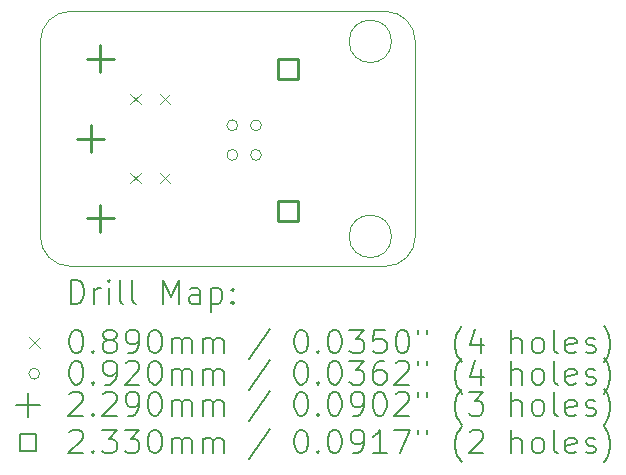
<source format=gbr>
%TF.GenerationSoftware,KiCad,Pcbnew,7.0.9-1.fc39*%
%TF.CreationDate,2023-12-29T10:14:27-08:00*%
%TF.ProjectId,ADB-USB-adapter,4144422d-5553-4422-9d61-646170746572,rev?*%
%TF.SameCoordinates,Original*%
%TF.FileFunction,Drillmap*%
%TF.FilePolarity,Positive*%
%FSLAX45Y45*%
G04 Gerber Fmt 4.5, Leading zero omitted, Abs format (unit mm)*
G04 Created by KiCad (PCBNEW 7.0.9-1.fc39) date 2023-12-29 10:14:27*
%MOMM*%
%LPD*%
G01*
G04 APERTURE LIST*
%ADD10C,0.100000*%
%ADD11C,0.200000*%
%ADD12C,0.229000*%
%ADD13C,0.233000*%
G04 APERTURE END LIST*
D10*
X5005605Y-3810000D02*
G75*
G03*
X5005605Y-3810000I-179605J0D01*
G01*
X2286000Y-1905000D02*
G75*
G03*
X2032000Y-2159000I0J-254000D01*
G01*
X4953000Y-4064000D02*
X2286000Y-4064000D01*
X5207000Y-2159000D02*
X5207000Y-3810000D01*
X2032000Y-3810000D02*
X2032000Y-2159000D01*
X5005605Y-2159000D02*
G75*
G03*
X5005605Y-2159000I-179605J0D01*
G01*
X5207000Y-2159000D02*
G75*
G03*
X4953000Y-1905000I-254000J0D01*
G01*
X4953000Y-4064000D02*
G75*
G03*
X5207000Y-3810000I0J254000D01*
G01*
X2032000Y-3810000D02*
G75*
G03*
X2286000Y-4064000I254000J0D01*
G01*
X2286000Y-1905000D02*
X4953000Y-1905000D01*
D11*
D10*
X2795500Y-2602180D02*
X2884500Y-2691180D01*
X2884500Y-2602180D02*
X2795500Y-2691180D01*
X2795500Y-3272180D02*
X2884500Y-3361180D01*
X2884500Y-3272180D02*
X2795500Y-3361180D01*
X3044500Y-2602180D02*
X3133500Y-2691180D01*
X3133500Y-2602180D02*
X3044500Y-2691180D01*
X3044500Y-3272180D02*
X3133500Y-3361180D01*
X3133500Y-3272180D02*
X3044500Y-3361180D01*
X3703600Y-2870200D02*
G75*
G03*
X3703600Y-2870200I-46000J0D01*
G01*
X3703600Y-3120200D02*
G75*
G03*
X3703600Y-3120200I-46000J0D01*
G01*
X3903600Y-2870200D02*
G75*
G03*
X3903600Y-2870200I-46000J0D01*
G01*
X3903600Y-3120200D02*
G75*
G03*
X3903600Y-3120200I-46000J0D01*
G01*
D12*
X2459000Y-2867180D02*
X2459000Y-3096180D01*
X2344500Y-2981680D02*
X2573500Y-2981680D01*
X2540000Y-2191180D02*
X2540000Y-2420180D01*
X2425500Y-2305680D02*
X2654500Y-2305680D01*
X2540000Y-3543180D02*
X2540000Y-3772180D01*
X2425500Y-3657680D02*
X2654500Y-3657680D01*
D13*
X4210979Y-2475579D02*
X4210979Y-2310821D01*
X4046221Y-2310821D01*
X4046221Y-2475579D01*
X4210979Y-2475579D01*
X4210979Y-3679579D02*
X4210979Y-3514821D01*
X4046221Y-3514821D01*
X4046221Y-3679579D01*
X4210979Y-3679579D01*
D11*
X2287777Y-4380484D02*
X2287777Y-4180484D01*
X2287777Y-4180484D02*
X2335396Y-4180484D01*
X2335396Y-4180484D02*
X2363967Y-4190008D01*
X2363967Y-4190008D02*
X2383015Y-4209055D01*
X2383015Y-4209055D02*
X2392539Y-4228103D01*
X2392539Y-4228103D02*
X2402063Y-4266198D01*
X2402063Y-4266198D02*
X2402063Y-4294770D01*
X2402063Y-4294770D02*
X2392539Y-4332865D01*
X2392539Y-4332865D02*
X2383015Y-4351912D01*
X2383015Y-4351912D02*
X2363967Y-4370960D01*
X2363967Y-4370960D02*
X2335396Y-4380484D01*
X2335396Y-4380484D02*
X2287777Y-4380484D01*
X2487777Y-4380484D02*
X2487777Y-4247150D01*
X2487777Y-4285246D02*
X2497301Y-4266198D01*
X2497301Y-4266198D02*
X2506824Y-4256674D01*
X2506824Y-4256674D02*
X2525872Y-4247150D01*
X2525872Y-4247150D02*
X2544920Y-4247150D01*
X2611586Y-4380484D02*
X2611586Y-4247150D01*
X2611586Y-4180484D02*
X2602063Y-4190008D01*
X2602063Y-4190008D02*
X2611586Y-4199531D01*
X2611586Y-4199531D02*
X2621110Y-4190008D01*
X2621110Y-4190008D02*
X2611586Y-4180484D01*
X2611586Y-4180484D02*
X2611586Y-4199531D01*
X2735396Y-4380484D02*
X2716348Y-4370960D01*
X2716348Y-4370960D02*
X2706824Y-4351912D01*
X2706824Y-4351912D02*
X2706824Y-4180484D01*
X2840158Y-4380484D02*
X2821110Y-4370960D01*
X2821110Y-4370960D02*
X2811586Y-4351912D01*
X2811586Y-4351912D02*
X2811586Y-4180484D01*
X3068729Y-4380484D02*
X3068729Y-4180484D01*
X3068729Y-4180484D02*
X3135396Y-4323341D01*
X3135396Y-4323341D02*
X3202062Y-4180484D01*
X3202062Y-4180484D02*
X3202062Y-4380484D01*
X3383015Y-4380484D02*
X3383015Y-4275722D01*
X3383015Y-4275722D02*
X3373491Y-4256674D01*
X3373491Y-4256674D02*
X3354443Y-4247150D01*
X3354443Y-4247150D02*
X3316348Y-4247150D01*
X3316348Y-4247150D02*
X3297301Y-4256674D01*
X3383015Y-4370960D02*
X3363967Y-4380484D01*
X3363967Y-4380484D02*
X3316348Y-4380484D01*
X3316348Y-4380484D02*
X3297301Y-4370960D01*
X3297301Y-4370960D02*
X3287777Y-4351912D01*
X3287777Y-4351912D02*
X3287777Y-4332865D01*
X3287777Y-4332865D02*
X3297301Y-4313817D01*
X3297301Y-4313817D02*
X3316348Y-4304293D01*
X3316348Y-4304293D02*
X3363967Y-4304293D01*
X3363967Y-4304293D02*
X3383015Y-4294770D01*
X3478253Y-4247150D02*
X3478253Y-4447150D01*
X3478253Y-4256674D02*
X3497301Y-4247150D01*
X3497301Y-4247150D02*
X3535396Y-4247150D01*
X3535396Y-4247150D02*
X3554443Y-4256674D01*
X3554443Y-4256674D02*
X3563967Y-4266198D01*
X3563967Y-4266198D02*
X3573491Y-4285246D01*
X3573491Y-4285246D02*
X3573491Y-4342389D01*
X3573491Y-4342389D02*
X3563967Y-4361436D01*
X3563967Y-4361436D02*
X3554443Y-4370960D01*
X3554443Y-4370960D02*
X3535396Y-4380484D01*
X3535396Y-4380484D02*
X3497301Y-4380484D01*
X3497301Y-4380484D02*
X3478253Y-4370960D01*
X3659205Y-4361436D02*
X3668729Y-4370960D01*
X3668729Y-4370960D02*
X3659205Y-4380484D01*
X3659205Y-4380484D02*
X3649682Y-4370960D01*
X3649682Y-4370960D02*
X3659205Y-4361436D01*
X3659205Y-4361436D02*
X3659205Y-4380484D01*
X3659205Y-4256674D02*
X3668729Y-4266198D01*
X3668729Y-4266198D02*
X3659205Y-4275722D01*
X3659205Y-4275722D02*
X3649682Y-4266198D01*
X3649682Y-4266198D02*
X3659205Y-4256674D01*
X3659205Y-4256674D02*
X3659205Y-4275722D01*
D10*
X1938000Y-4664500D02*
X2027000Y-4753500D01*
X2027000Y-4664500D02*
X1938000Y-4753500D01*
D11*
X2325872Y-4600484D02*
X2344920Y-4600484D01*
X2344920Y-4600484D02*
X2363967Y-4610008D01*
X2363967Y-4610008D02*
X2373491Y-4619531D01*
X2373491Y-4619531D02*
X2383015Y-4638579D01*
X2383015Y-4638579D02*
X2392539Y-4676674D01*
X2392539Y-4676674D02*
X2392539Y-4724293D01*
X2392539Y-4724293D02*
X2383015Y-4762389D01*
X2383015Y-4762389D02*
X2373491Y-4781436D01*
X2373491Y-4781436D02*
X2363967Y-4790960D01*
X2363967Y-4790960D02*
X2344920Y-4800484D01*
X2344920Y-4800484D02*
X2325872Y-4800484D01*
X2325872Y-4800484D02*
X2306824Y-4790960D01*
X2306824Y-4790960D02*
X2297301Y-4781436D01*
X2297301Y-4781436D02*
X2287777Y-4762389D01*
X2287777Y-4762389D02*
X2278253Y-4724293D01*
X2278253Y-4724293D02*
X2278253Y-4676674D01*
X2278253Y-4676674D02*
X2287777Y-4638579D01*
X2287777Y-4638579D02*
X2297301Y-4619531D01*
X2297301Y-4619531D02*
X2306824Y-4610008D01*
X2306824Y-4610008D02*
X2325872Y-4600484D01*
X2478253Y-4781436D02*
X2487777Y-4790960D01*
X2487777Y-4790960D02*
X2478253Y-4800484D01*
X2478253Y-4800484D02*
X2468729Y-4790960D01*
X2468729Y-4790960D02*
X2478253Y-4781436D01*
X2478253Y-4781436D02*
X2478253Y-4800484D01*
X2602063Y-4686198D02*
X2583015Y-4676674D01*
X2583015Y-4676674D02*
X2573491Y-4667150D01*
X2573491Y-4667150D02*
X2563967Y-4648103D01*
X2563967Y-4648103D02*
X2563967Y-4638579D01*
X2563967Y-4638579D02*
X2573491Y-4619531D01*
X2573491Y-4619531D02*
X2583015Y-4610008D01*
X2583015Y-4610008D02*
X2602063Y-4600484D01*
X2602063Y-4600484D02*
X2640158Y-4600484D01*
X2640158Y-4600484D02*
X2659205Y-4610008D01*
X2659205Y-4610008D02*
X2668729Y-4619531D01*
X2668729Y-4619531D02*
X2678253Y-4638579D01*
X2678253Y-4638579D02*
X2678253Y-4648103D01*
X2678253Y-4648103D02*
X2668729Y-4667150D01*
X2668729Y-4667150D02*
X2659205Y-4676674D01*
X2659205Y-4676674D02*
X2640158Y-4686198D01*
X2640158Y-4686198D02*
X2602063Y-4686198D01*
X2602063Y-4686198D02*
X2583015Y-4695722D01*
X2583015Y-4695722D02*
X2573491Y-4705246D01*
X2573491Y-4705246D02*
X2563967Y-4724293D01*
X2563967Y-4724293D02*
X2563967Y-4762389D01*
X2563967Y-4762389D02*
X2573491Y-4781436D01*
X2573491Y-4781436D02*
X2583015Y-4790960D01*
X2583015Y-4790960D02*
X2602063Y-4800484D01*
X2602063Y-4800484D02*
X2640158Y-4800484D01*
X2640158Y-4800484D02*
X2659205Y-4790960D01*
X2659205Y-4790960D02*
X2668729Y-4781436D01*
X2668729Y-4781436D02*
X2678253Y-4762389D01*
X2678253Y-4762389D02*
X2678253Y-4724293D01*
X2678253Y-4724293D02*
X2668729Y-4705246D01*
X2668729Y-4705246D02*
X2659205Y-4695722D01*
X2659205Y-4695722D02*
X2640158Y-4686198D01*
X2773491Y-4800484D02*
X2811586Y-4800484D01*
X2811586Y-4800484D02*
X2830634Y-4790960D01*
X2830634Y-4790960D02*
X2840158Y-4781436D01*
X2840158Y-4781436D02*
X2859205Y-4752865D01*
X2859205Y-4752865D02*
X2868729Y-4714770D01*
X2868729Y-4714770D02*
X2868729Y-4638579D01*
X2868729Y-4638579D02*
X2859205Y-4619531D01*
X2859205Y-4619531D02*
X2849682Y-4610008D01*
X2849682Y-4610008D02*
X2830634Y-4600484D01*
X2830634Y-4600484D02*
X2792539Y-4600484D01*
X2792539Y-4600484D02*
X2773491Y-4610008D01*
X2773491Y-4610008D02*
X2763967Y-4619531D01*
X2763967Y-4619531D02*
X2754444Y-4638579D01*
X2754444Y-4638579D02*
X2754444Y-4686198D01*
X2754444Y-4686198D02*
X2763967Y-4705246D01*
X2763967Y-4705246D02*
X2773491Y-4714770D01*
X2773491Y-4714770D02*
X2792539Y-4724293D01*
X2792539Y-4724293D02*
X2830634Y-4724293D01*
X2830634Y-4724293D02*
X2849682Y-4714770D01*
X2849682Y-4714770D02*
X2859205Y-4705246D01*
X2859205Y-4705246D02*
X2868729Y-4686198D01*
X2992539Y-4600484D02*
X3011586Y-4600484D01*
X3011586Y-4600484D02*
X3030634Y-4610008D01*
X3030634Y-4610008D02*
X3040158Y-4619531D01*
X3040158Y-4619531D02*
X3049682Y-4638579D01*
X3049682Y-4638579D02*
X3059205Y-4676674D01*
X3059205Y-4676674D02*
X3059205Y-4724293D01*
X3059205Y-4724293D02*
X3049682Y-4762389D01*
X3049682Y-4762389D02*
X3040158Y-4781436D01*
X3040158Y-4781436D02*
X3030634Y-4790960D01*
X3030634Y-4790960D02*
X3011586Y-4800484D01*
X3011586Y-4800484D02*
X2992539Y-4800484D01*
X2992539Y-4800484D02*
X2973491Y-4790960D01*
X2973491Y-4790960D02*
X2963967Y-4781436D01*
X2963967Y-4781436D02*
X2954443Y-4762389D01*
X2954443Y-4762389D02*
X2944920Y-4724293D01*
X2944920Y-4724293D02*
X2944920Y-4676674D01*
X2944920Y-4676674D02*
X2954443Y-4638579D01*
X2954443Y-4638579D02*
X2963967Y-4619531D01*
X2963967Y-4619531D02*
X2973491Y-4610008D01*
X2973491Y-4610008D02*
X2992539Y-4600484D01*
X3144920Y-4800484D02*
X3144920Y-4667150D01*
X3144920Y-4686198D02*
X3154443Y-4676674D01*
X3154443Y-4676674D02*
X3173491Y-4667150D01*
X3173491Y-4667150D02*
X3202063Y-4667150D01*
X3202063Y-4667150D02*
X3221110Y-4676674D01*
X3221110Y-4676674D02*
X3230634Y-4695722D01*
X3230634Y-4695722D02*
X3230634Y-4800484D01*
X3230634Y-4695722D02*
X3240158Y-4676674D01*
X3240158Y-4676674D02*
X3259205Y-4667150D01*
X3259205Y-4667150D02*
X3287777Y-4667150D01*
X3287777Y-4667150D02*
X3306824Y-4676674D01*
X3306824Y-4676674D02*
X3316348Y-4695722D01*
X3316348Y-4695722D02*
X3316348Y-4800484D01*
X3411586Y-4800484D02*
X3411586Y-4667150D01*
X3411586Y-4686198D02*
X3421110Y-4676674D01*
X3421110Y-4676674D02*
X3440158Y-4667150D01*
X3440158Y-4667150D02*
X3468729Y-4667150D01*
X3468729Y-4667150D02*
X3487777Y-4676674D01*
X3487777Y-4676674D02*
X3497301Y-4695722D01*
X3497301Y-4695722D02*
X3497301Y-4800484D01*
X3497301Y-4695722D02*
X3506824Y-4676674D01*
X3506824Y-4676674D02*
X3525872Y-4667150D01*
X3525872Y-4667150D02*
X3554443Y-4667150D01*
X3554443Y-4667150D02*
X3573491Y-4676674D01*
X3573491Y-4676674D02*
X3583015Y-4695722D01*
X3583015Y-4695722D02*
X3583015Y-4800484D01*
X3973491Y-4590960D02*
X3802063Y-4848103D01*
X4230634Y-4600484D02*
X4249682Y-4600484D01*
X4249682Y-4600484D02*
X4268729Y-4610008D01*
X4268729Y-4610008D02*
X4278253Y-4619531D01*
X4278253Y-4619531D02*
X4287777Y-4638579D01*
X4287777Y-4638579D02*
X4297301Y-4676674D01*
X4297301Y-4676674D02*
X4297301Y-4724293D01*
X4297301Y-4724293D02*
X4287777Y-4762389D01*
X4287777Y-4762389D02*
X4278253Y-4781436D01*
X4278253Y-4781436D02*
X4268729Y-4790960D01*
X4268729Y-4790960D02*
X4249682Y-4800484D01*
X4249682Y-4800484D02*
X4230634Y-4800484D01*
X4230634Y-4800484D02*
X4211587Y-4790960D01*
X4211587Y-4790960D02*
X4202063Y-4781436D01*
X4202063Y-4781436D02*
X4192539Y-4762389D01*
X4192539Y-4762389D02*
X4183015Y-4724293D01*
X4183015Y-4724293D02*
X4183015Y-4676674D01*
X4183015Y-4676674D02*
X4192539Y-4638579D01*
X4192539Y-4638579D02*
X4202063Y-4619531D01*
X4202063Y-4619531D02*
X4211587Y-4610008D01*
X4211587Y-4610008D02*
X4230634Y-4600484D01*
X4383015Y-4781436D02*
X4392539Y-4790960D01*
X4392539Y-4790960D02*
X4383015Y-4800484D01*
X4383015Y-4800484D02*
X4373491Y-4790960D01*
X4373491Y-4790960D02*
X4383015Y-4781436D01*
X4383015Y-4781436D02*
X4383015Y-4800484D01*
X4516348Y-4600484D02*
X4535396Y-4600484D01*
X4535396Y-4600484D02*
X4554444Y-4610008D01*
X4554444Y-4610008D02*
X4563968Y-4619531D01*
X4563968Y-4619531D02*
X4573491Y-4638579D01*
X4573491Y-4638579D02*
X4583015Y-4676674D01*
X4583015Y-4676674D02*
X4583015Y-4724293D01*
X4583015Y-4724293D02*
X4573491Y-4762389D01*
X4573491Y-4762389D02*
X4563968Y-4781436D01*
X4563968Y-4781436D02*
X4554444Y-4790960D01*
X4554444Y-4790960D02*
X4535396Y-4800484D01*
X4535396Y-4800484D02*
X4516348Y-4800484D01*
X4516348Y-4800484D02*
X4497301Y-4790960D01*
X4497301Y-4790960D02*
X4487777Y-4781436D01*
X4487777Y-4781436D02*
X4478253Y-4762389D01*
X4478253Y-4762389D02*
X4468729Y-4724293D01*
X4468729Y-4724293D02*
X4468729Y-4676674D01*
X4468729Y-4676674D02*
X4478253Y-4638579D01*
X4478253Y-4638579D02*
X4487777Y-4619531D01*
X4487777Y-4619531D02*
X4497301Y-4610008D01*
X4497301Y-4610008D02*
X4516348Y-4600484D01*
X4649682Y-4600484D02*
X4773491Y-4600484D01*
X4773491Y-4600484D02*
X4706825Y-4676674D01*
X4706825Y-4676674D02*
X4735396Y-4676674D01*
X4735396Y-4676674D02*
X4754444Y-4686198D01*
X4754444Y-4686198D02*
X4763968Y-4695722D01*
X4763968Y-4695722D02*
X4773491Y-4714770D01*
X4773491Y-4714770D02*
X4773491Y-4762389D01*
X4773491Y-4762389D02*
X4763968Y-4781436D01*
X4763968Y-4781436D02*
X4754444Y-4790960D01*
X4754444Y-4790960D02*
X4735396Y-4800484D01*
X4735396Y-4800484D02*
X4678253Y-4800484D01*
X4678253Y-4800484D02*
X4659206Y-4790960D01*
X4659206Y-4790960D02*
X4649682Y-4781436D01*
X4954444Y-4600484D02*
X4859206Y-4600484D01*
X4859206Y-4600484D02*
X4849682Y-4695722D01*
X4849682Y-4695722D02*
X4859206Y-4686198D01*
X4859206Y-4686198D02*
X4878253Y-4676674D01*
X4878253Y-4676674D02*
X4925872Y-4676674D01*
X4925872Y-4676674D02*
X4944920Y-4686198D01*
X4944920Y-4686198D02*
X4954444Y-4695722D01*
X4954444Y-4695722D02*
X4963968Y-4714770D01*
X4963968Y-4714770D02*
X4963968Y-4762389D01*
X4963968Y-4762389D02*
X4954444Y-4781436D01*
X4954444Y-4781436D02*
X4944920Y-4790960D01*
X4944920Y-4790960D02*
X4925872Y-4800484D01*
X4925872Y-4800484D02*
X4878253Y-4800484D01*
X4878253Y-4800484D02*
X4859206Y-4790960D01*
X4859206Y-4790960D02*
X4849682Y-4781436D01*
X5087777Y-4600484D02*
X5106825Y-4600484D01*
X5106825Y-4600484D02*
X5125872Y-4610008D01*
X5125872Y-4610008D02*
X5135396Y-4619531D01*
X5135396Y-4619531D02*
X5144920Y-4638579D01*
X5144920Y-4638579D02*
X5154444Y-4676674D01*
X5154444Y-4676674D02*
X5154444Y-4724293D01*
X5154444Y-4724293D02*
X5144920Y-4762389D01*
X5144920Y-4762389D02*
X5135396Y-4781436D01*
X5135396Y-4781436D02*
X5125872Y-4790960D01*
X5125872Y-4790960D02*
X5106825Y-4800484D01*
X5106825Y-4800484D02*
X5087777Y-4800484D01*
X5087777Y-4800484D02*
X5068729Y-4790960D01*
X5068729Y-4790960D02*
X5059206Y-4781436D01*
X5059206Y-4781436D02*
X5049682Y-4762389D01*
X5049682Y-4762389D02*
X5040158Y-4724293D01*
X5040158Y-4724293D02*
X5040158Y-4676674D01*
X5040158Y-4676674D02*
X5049682Y-4638579D01*
X5049682Y-4638579D02*
X5059206Y-4619531D01*
X5059206Y-4619531D02*
X5068729Y-4610008D01*
X5068729Y-4610008D02*
X5087777Y-4600484D01*
X5230634Y-4600484D02*
X5230634Y-4638579D01*
X5306825Y-4600484D02*
X5306825Y-4638579D01*
X5602063Y-4876674D02*
X5592539Y-4867150D01*
X5592539Y-4867150D02*
X5573491Y-4838579D01*
X5573491Y-4838579D02*
X5563968Y-4819531D01*
X5563968Y-4819531D02*
X5554444Y-4790960D01*
X5554444Y-4790960D02*
X5544920Y-4743341D01*
X5544920Y-4743341D02*
X5544920Y-4705246D01*
X5544920Y-4705246D02*
X5554444Y-4657627D01*
X5554444Y-4657627D02*
X5563968Y-4629055D01*
X5563968Y-4629055D02*
X5573491Y-4610008D01*
X5573491Y-4610008D02*
X5592539Y-4581436D01*
X5592539Y-4581436D02*
X5602063Y-4571912D01*
X5763968Y-4667150D02*
X5763968Y-4800484D01*
X5716348Y-4590960D02*
X5668729Y-4733817D01*
X5668729Y-4733817D02*
X5792539Y-4733817D01*
X6021110Y-4800484D02*
X6021110Y-4600484D01*
X6106825Y-4800484D02*
X6106825Y-4695722D01*
X6106825Y-4695722D02*
X6097301Y-4676674D01*
X6097301Y-4676674D02*
X6078253Y-4667150D01*
X6078253Y-4667150D02*
X6049682Y-4667150D01*
X6049682Y-4667150D02*
X6030634Y-4676674D01*
X6030634Y-4676674D02*
X6021110Y-4686198D01*
X6230634Y-4800484D02*
X6211587Y-4790960D01*
X6211587Y-4790960D02*
X6202063Y-4781436D01*
X6202063Y-4781436D02*
X6192539Y-4762389D01*
X6192539Y-4762389D02*
X6192539Y-4705246D01*
X6192539Y-4705246D02*
X6202063Y-4686198D01*
X6202063Y-4686198D02*
X6211587Y-4676674D01*
X6211587Y-4676674D02*
X6230634Y-4667150D01*
X6230634Y-4667150D02*
X6259206Y-4667150D01*
X6259206Y-4667150D02*
X6278253Y-4676674D01*
X6278253Y-4676674D02*
X6287777Y-4686198D01*
X6287777Y-4686198D02*
X6297301Y-4705246D01*
X6297301Y-4705246D02*
X6297301Y-4762389D01*
X6297301Y-4762389D02*
X6287777Y-4781436D01*
X6287777Y-4781436D02*
X6278253Y-4790960D01*
X6278253Y-4790960D02*
X6259206Y-4800484D01*
X6259206Y-4800484D02*
X6230634Y-4800484D01*
X6411587Y-4800484D02*
X6392539Y-4790960D01*
X6392539Y-4790960D02*
X6383015Y-4771912D01*
X6383015Y-4771912D02*
X6383015Y-4600484D01*
X6563968Y-4790960D02*
X6544920Y-4800484D01*
X6544920Y-4800484D02*
X6506825Y-4800484D01*
X6506825Y-4800484D02*
X6487777Y-4790960D01*
X6487777Y-4790960D02*
X6478253Y-4771912D01*
X6478253Y-4771912D02*
X6478253Y-4695722D01*
X6478253Y-4695722D02*
X6487777Y-4676674D01*
X6487777Y-4676674D02*
X6506825Y-4667150D01*
X6506825Y-4667150D02*
X6544920Y-4667150D01*
X6544920Y-4667150D02*
X6563968Y-4676674D01*
X6563968Y-4676674D02*
X6573491Y-4695722D01*
X6573491Y-4695722D02*
X6573491Y-4714770D01*
X6573491Y-4714770D02*
X6478253Y-4733817D01*
X6649682Y-4790960D02*
X6668730Y-4800484D01*
X6668730Y-4800484D02*
X6706825Y-4800484D01*
X6706825Y-4800484D02*
X6725872Y-4790960D01*
X6725872Y-4790960D02*
X6735396Y-4771912D01*
X6735396Y-4771912D02*
X6735396Y-4762389D01*
X6735396Y-4762389D02*
X6725872Y-4743341D01*
X6725872Y-4743341D02*
X6706825Y-4733817D01*
X6706825Y-4733817D02*
X6678253Y-4733817D01*
X6678253Y-4733817D02*
X6659206Y-4724293D01*
X6659206Y-4724293D02*
X6649682Y-4705246D01*
X6649682Y-4705246D02*
X6649682Y-4695722D01*
X6649682Y-4695722D02*
X6659206Y-4676674D01*
X6659206Y-4676674D02*
X6678253Y-4667150D01*
X6678253Y-4667150D02*
X6706825Y-4667150D01*
X6706825Y-4667150D02*
X6725872Y-4676674D01*
X6802063Y-4876674D02*
X6811587Y-4867150D01*
X6811587Y-4867150D02*
X6830634Y-4838579D01*
X6830634Y-4838579D02*
X6840158Y-4819531D01*
X6840158Y-4819531D02*
X6849682Y-4790960D01*
X6849682Y-4790960D02*
X6859206Y-4743341D01*
X6859206Y-4743341D02*
X6859206Y-4705246D01*
X6859206Y-4705246D02*
X6849682Y-4657627D01*
X6849682Y-4657627D02*
X6840158Y-4629055D01*
X6840158Y-4629055D02*
X6830634Y-4610008D01*
X6830634Y-4610008D02*
X6811587Y-4581436D01*
X6811587Y-4581436D02*
X6802063Y-4571912D01*
D10*
X2027000Y-4973000D02*
G75*
G03*
X2027000Y-4973000I-46000J0D01*
G01*
D11*
X2325872Y-4864484D02*
X2344920Y-4864484D01*
X2344920Y-4864484D02*
X2363967Y-4874008D01*
X2363967Y-4874008D02*
X2373491Y-4883531D01*
X2373491Y-4883531D02*
X2383015Y-4902579D01*
X2383015Y-4902579D02*
X2392539Y-4940674D01*
X2392539Y-4940674D02*
X2392539Y-4988293D01*
X2392539Y-4988293D02*
X2383015Y-5026389D01*
X2383015Y-5026389D02*
X2373491Y-5045436D01*
X2373491Y-5045436D02*
X2363967Y-5054960D01*
X2363967Y-5054960D02*
X2344920Y-5064484D01*
X2344920Y-5064484D02*
X2325872Y-5064484D01*
X2325872Y-5064484D02*
X2306824Y-5054960D01*
X2306824Y-5054960D02*
X2297301Y-5045436D01*
X2297301Y-5045436D02*
X2287777Y-5026389D01*
X2287777Y-5026389D02*
X2278253Y-4988293D01*
X2278253Y-4988293D02*
X2278253Y-4940674D01*
X2278253Y-4940674D02*
X2287777Y-4902579D01*
X2287777Y-4902579D02*
X2297301Y-4883531D01*
X2297301Y-4883531D02*
X2306824Y-4874008D01*
X2306824Y-4874008D02*
X2325872Y-4864484D01*
X2478253Y-5045436D02*
X2487777Y-5054960D01*
X2487777Y-5054960D02*
X2478253Y-5064484D01*
X2478253Y-5064484D02*
X2468729Y-5054960D01*
X2468729Y-5054960D02*
X2478253Y-5045436D01*
X2478253Y-5045436D02*
X2478253Y-5064484D01*
X2583015Y-5064484D02*
X2621110Y-5064484D01*
X2621110Y-5064484D02*
X2640158Y-5054960D01*
X2640158Y-5054960D02*
X2649682Y-5045436D01*
X2649682Y-5045436D02*
X2668729Y-5016865D01*
X2668729Y-5016865D02*
X2678253Y-4978770D01*
X2678253Y-4978770D02*
X2678253Y-4902579D01*
X2678253Y-4902579D02*
X2668729Y-4883531D01*
X2668729Y-4883531D02*
X2659205Y-4874008D01*
X2659205Y-4874008D02*
X2640158Y-4864484D01*
X2640158Y-4864484D02*
X2602063Y-4864484D01*
X2602063Y-4864484D02*
X2583015Y-4874008D01*
X2583015Y-4874008D02*
X2573491Y-4883531D01*
X2573491Y-4883531D02*
X2563967Y-4902579D01*
X2563967Y-4902579D02*
X2563967Y-4950198D01*
X2563967Y-4950198D02*
X2573491Y-4969246D01*
X2573491Y-4969246D02*
X2583015Y-4978770D01*
X2583015Y-4978770D02*
X2602063Y-4988293D01*
X2602063Y-4988293D02*
X2640158Y-4988293D01*
X2640158Y-4988293D02*
X2659205Y-4978770D01*
X2659205Y-4978770D02*
X2668729Y-4969246D01*
X2668729Y-4969246D02*
X2678253Y-4950198D01*
X2754444Y-4883531D02*
X2763967Y-4874008D01*
X2763967Y-4874008D02*
X2783015Y-4864484D01*
X2783015Y-4864484D02*
X2830634Y-4864484D01*
X2830634Y-4864484D02*
X2849682Y-4874008D01*
X2849682Y-4874008D02*
X2859205Y-4883531D01*
X2859205Y-4883531D02*
X2868729Y-4902579D01*
X2868729Y-4902579D02*
X2868729Y-4921627D01*
X2868729Y-4921627D02*
X2859205Y-4950198D01*
X2859205Y-4950198D02*
X2744920Y-5064484D01*
X2744920Y-5064484D02*
X2868729Y-5064484D01*
X2992539Y-4864484D02*
X3011586Y-4864484D01*
X3011586Y-4864484D02*
X3030634Y-4874008D01*
X3030634Y-4874008D02*
X3040158Y-4883531D01*
X3040158Y-4883531D02*
X3049682Y-4902579D01*
X3049682Y-4902579D02*
X3059205Y-4940674D01*
X3059205Y-4940674D02*
X3059205Y-4988293D01*
X3059205Y-4988293D02*
X3049682Y-5026389D01*
X3049682Y-5026389D02*
X3040158Y-5045436D01*
X3040158Y-5045436D02*
X3030634Y-5054960D01*
X3030634Y-5054960D02*
X3011586Y-5064484D01*
X3011586Y-5064484D02*
X2992539Y-5064484D01*
X2992539Y-5064484D02*
X2973491Y-5054960D01*
X2973491Y-5054960D02*
X2963967Y-5045436D01*
X2963967Y-5045436D02*
X2954443Y-5026389D01*
X2954443Y-5026389D02*
X2944920Y-4988293D01*
X2944920Y-4988293D02*
X2944920Y-4940674D01*
X2944920Y-4940674D02*
X2954443Y-4902579D01*
X2954443Y-4902579D02*
X2963967Y-4883531D01*
X2963967Y-4883531D02*
X2973491Y-4874008D01*
X2973491Y-4874008D02*
X2992539Y-4864484D01*
X3144920Y-5064484D02*
X3144920Y-4931150D01*
X3144920Y-4950198D02*
X3154443Y-4940674D01*
X3154443Y-4940674D02*
X3173491Y-4931150D01*
X3173491Y-4931150D02*
X3202063Y-4931150D01*
X3202063Y-4931150D02*
X3221110Y-4940674D01*
X3221110Y-4940674D02*
X3230634Y-4959722D01*
X3230634Y-4959722D02*
X3230634Y-5064484D01*
X3230634Y-4959722D02*
X3240158Y-4940674D01*
X3240158Y-4940674D02*
X3259205Y-4931150D01*
X3259205Y-4931150D02*
X3287777Y-4931150D01*
X3287777Y-4931150D02*
X3306824Y-4940674D01*
X3306824Y-4940674D02*
X3316348Y-4959722D01*
X3316348Y-4959722D02*
X3316348Y-5064484D01*
X3411586Y-5064484D02*
X3411586Y-4931150D01*
X3411586Y-4950198D02*
X3421110Y-4940674D01*
X3421110Y-4940674D02*
X3440158Y-4931150D01*
X3440158Y-4931150D02*
X3468729Y-4931150D01*
X3468729Y-4931150D02*
X3487777Y-4940674D01*
X3487777Y-4940674D02*
X3497301Y-4959722D01*
X3497301Y-4959722D02*
X3497301Y-5064484D01*
X3497301Y-4959722D02*
X3506824Y-4940674D01*
X3506824Y-4940674D02*
X3525872Y-4931150D01*
X3525872Y-4931150D02*
X3554443Y-4931150D01*
X3554443Y-4931150D02*
X3573491Y-4940674D01*
X3573491Y-4940674D02*
X3583015Y-4959722D01*
X3583015Y-4959722D02*
X3583015Y-5064484D01*
X3973491Y-4854960D02*
X3802063Y-5112103D01*
X4230634Y-4864484D02*
X4249682Y-4864484D01*
X4249682Y-4864484D02*
X4268729Y-4874008D01*
X4268729Y-4874008D02*
X4278253Y-4883531D01*
X4278253Y-4883531D02*
X4287777Y-4902579D01*
X4287777Y-4902579D02*
X4297301Y-4940674D01*
X4297301Y-4940674D02*
X4297301Y-4988293D01*
X4297301Y-4988293D02*
X4287777Y-5026389D01*
X4287777Y-5026389D02*
X4278253Y-5045436D01*
X4278253Y-5045436D02*
X4268729Y-5054960D01*
X4268729Y-5054960D02*
X4249682Y-5064484D01*
X4249682Y-5064484D02*
X4230634Y-5064484D01*
X4230634Y-5064484D02*
X4211587Y-5054960D01*
X4211587Y-5054960D02*
X4202063Y-5045436D01*
X4202063Y-5045436D02*
X4192539Y-5026389D01*
X4192539Y-5026389D02*
X4183015Y-4988293D01*
X4183015Y-4988293D02*
X4183015Y-4940674D01*
X4183015Y-4940674D02*
X4192539Y-4902579D01*
X4192539Y-4902579D02*
X4202063Y-4883531D01*
X4202063Y-4883531D02*
X4211587Y-4874008D01*
X4211587Y-4874008D02*
X4230634Y-4864484D01*
X4383015Y-5045436D02*
X4392539Y-5054960D01*
X4392539Y-5054960D02*
X4383015Y-5064484D01*
X4383015Y-5064484D02*
X4373491Y-5054960D01*
X4373491Y-5054960D02*
X4383015Y-5045436D01*
X4383015Y-5045436D02*
X4383015Y-5064484D01*
X4516348Y-4864484D02*
X4535396Y-4864484D01*
X4535396Y-4864484D02*
X4554444Y-4874008D01*
X4554444Y-4874008D02*
X4563968Y-4883531D01*
X4563968Y-4883531D02*
X4573491Y-4902579D01*
X4573491Y-4902579D02*
X4583015Y-4940674D01*
X4583015Y-4940674D02*
X4583015Y-4988293D01*
X4583015Y-4988293D02*
X4573491Y-5026389D01*
X4573491Y-5026389D02*
X4563968Y-5045436D01*
X4563968Y-5045436D02*
X4554444Y-5054960D01*
X4554444Y-5054960D02*
X4535396Y-5064484D01*
X4535396Y-5064484D02*
X4516348Y-5064484D01*
X4516348Y-5064484D02*
X4497301Y-5054960D01*
X4497301Y-5054960D02*
X4487777Y-5045436D01*
X4487777Y-5045436D02*
X4478253Y-5026389D01*
X4478253Y-5026389D02*
X4468729Y-4988293D01*
X4468729Y-4988293D02*
X4468729Y-4940674D01*
X4468729Y-4940674D02*
X4478253Y-4902579D01*
X4478253Y-4902579D02*
X4487777Y-4883531D01*
X4487777Y-4883531D02*
X4497301Y-4874008D01*
X4497301Y-4874008D02*
X4516348Y-4864484D01*
X4649682Y-4864484D02*
X4773491Y-4864484D01*
X4773491Y-4864484D02*
X4706825Y-4940674D01*
X4706825Y-4940674D02*
X4735396Y-4940674D01*
X4735396Y-4940674D02*
X4754444Y-4950198D01*
X4754444Y-4950198D02*
X4763968Y-4959722D01*
X4763968Y-4959722D02*
X4773491Y-4978770D01*
X4773491Y-4978770D02*
X4773491Y-5026389D01*
X4773491Y-5026389D02*
X4763968Y-5045436D01*
X4763968Y-5045436D02*
X4754444Y-5054960D01*
X4754444Y-5054960D02*
X4735396Y-5064484D01*
X4735396Y-5064484D02*
X4678253Y-5064484D01*
X4678253Y-5064484D02*
X4659206Y-5054960D01*
X4659206Y-5054960D02*
X4649682Y-5045436D01*
X4944920Y-4864484D02*
X4906825Y-4864484D01*
X4906825Y-4864484D02*
X4887777Y-4874008D01*
X4887777Y-4874008D02*
X4878253Y-4883531D01*
X4878253Y-4883531D02*
X4859206Y-4912103D01*
X4859206Y-4912103D02*
X4849682Y-4950198D01*
X4849682Y-4950198D02*
X4849682Y-5026389D01*
X4849682Y-5026389D02*
X4859206Y-5045436D01*
X4859206Y-5045436D02*
X4868729Y-5054960D01*
X4868729Y-5054960D02*
X4887777Y-5064484D01*
X4887777Y-5064484D02*
X4925872Y-5064484D01*
X4925872Y-5064484D02*
X4944920Y-5054960D01*
X4944920Y-5054960D02*
X4954444Y-5045436D01*
X4954444Y-5045436D02*
X4963968Y-5026389D01*
X4963968Y-5026389D02*
X4963968Y-4978770D01*
X4963968Y-4978770D02*
X4954444Y-4959722D01*
X4954444Y-4959722D02*
X4944920Y-4950198D01*
X4944920Y-4950198D02*
X4925872Y-4940674D01*
X4925872Y-4940674D02*
X4887777Y-4940674D01*
X4887777Y-4940674D02*
X4868729Y-4950198D01*
X4868729Y-4950198D02*
X4859206Y-4959722D01*
X4859206Y-4959722D02*
X4849682Y-4978770D01*
X5040158Y-4883531D02*
X5049682Y-4874008D01*
X5049682Y-4874008D02*
X5068729Y-4864484D01*
X5068729Y-4864484D02*
X5116349Y-4864484D01*
X5116349Y-4864484D02*
X5135396Y-4874008D01*
X5135396Y-4874008D02*
X5144920Y-4883531D01*
X5144920Y-4883531D02*
X5154444Y-4902579D01*
X5154444Y-4902579D02*
X5154444Y-4921627D01*
X5154444Y-4921627D02*
X5144920Y-4950198D01*
X5144920Y-4950198D02*
X5030634Y-5064484D01*
X5030634Y-5064484D02*
X5154444Y-5064484D01*
X5230634Y-4864484D02*
X5230634Y-4902579D01*
X5306825Y-4864484D02*
X5306825Y-4902579D01*
X5602063Y-5140674D02*
X5592539Y-5131150D01*
X5592539Y-5131150D02*
X5573491Y-5102579D01*
X5573491Y-5102579D02*
X5563968Y-5083531D01*
X5563968Y-5083531D02*
X5554444Y-5054960D01*
X5554444Y-5054960D02*
X5544920Y-5007341D01*
X5544920Y-5007341D02*
X5544920Y-4969246D01*
X5544920Y-4969246D02*
X5554444Y-4921627D01*
X5554444Y-4921627D02*
X5563968Y-4893055D01*
X5563968Y-4893055D02*
X5573491Y-4874008D01*
X5573491Y-4874008D02*
X5592539Y-4845436D01*
X5592539Y-4845436D02*
X5602063Y-4835912D01*
X5763968Y-4931150D02*
X5763968Y-5064484D01*
X5716348Y-4854960D02*
X5668729Y-4997817D01*
X5668729Y-4997817D02*
X5792539Y-4997817D01*
X6021110Y-5064484D02*
X6021110Y-4864484D01*
X6106825Y-5064484D02*
X6106825Y-4959722D01*
X6106825Y-4959722D02*
X6097301Y-4940674D01*
X6097301Y-4940674D02*
X6078253Y-4931150D01*
X6078253Y-4931150D02*
X6049682Y-4931150D01*
X6049682Y-4931150D02*
X6030634Y-4940674D01*
X6030634Y-4940674D02*
X6021110Y-4950198D01*
X6230634Y-5064484D02*
X6211587Y-5054960D01*
X6211587Y-5054960D02*
X6202063Y-5045436D01*
X6202063Y-5045436D02*
X6192539Y-5026389D01*
X6192539Y-5026389D02*
X6192539Y-4969246D01*
X6192539Y-4969246D02*
X6202063Y-4950198D01*
X6202063Y-4950198D02*
X6211587Y-4940674D01*
X6211587Y-4940674D02*
X6230634Y-4931150D01*
X6230634Y-4931150D02*
X6259206Y-4931150D01*
X6259206Y-4931150D02*
X6278253Y-4940674D01*
X6278253Y-4940674D02*
X6287777Y-4950198D01*
X6287777Y-4950198D02*
X6297301Y-4969246D01*
X6297301Y-4969246D02*
X6297301Y-5026389D01*
X6297301Y-5026389D02*
X6287777Y-5045436D01*
X6287777Y-5045436D02*
X6278253Y-5054960D01*
X6278253Y-5054960D02*
X6259206Y-5064484D01*
X6259206Y-5064484D02*
X6230634Y-5064484D01*
X6411587Y-5064484D02*
X6392539Y-5054960D01*
X6392539Y-5054960D02*
X6383015Y-5035912D01*
X6383015Y-5035912D02*
X6383015Y-4864484D01*
X6563968Y-5054960D02*
X6544920Y-5064484D01*
X6544920Y-5064484D02*
X6506825Y-5064484D01*
X6506825Y-5064484D02*
X6487777Y-5054960D01*
X6487777Y-5054960D02*
X6478253Y-5035912D01*
X6478253Y-5035912D02*
X6478253Y-4959722D01*
X6478253Y-4959722D02*
X6487777Y-4940674D01*
X6487777Y-4940674D02*
X6506825Y-4931150D01*
X6506825Y-4931150D02*
X6544920Y-4931150D01*
X6544920Y-4931150D02*
X6563968Y-4940674D01*
X6563968Y-4940674D02*
X6573491Y-4959722D01*
X6573491Y-4959722D02*
X6573491Y-4978770D01*
X6573491Y-4978770D02*
X6478253Y-4997817D01*
X6649682Y-5054960D02*
X6668730Y-5064484D01*
X6668730Y-5064484D02*
X6706825Y-5064484D01*
X6706825Y-5064484D02*
X6725872Y-5054960D01*
X6725872Y-5054960D02*
X6735396Y-5035912D01*
X6735396Y-5035912D02*
X6735396Y-5026389D01*
X6735396Y-5026389D02*
X6725872Y-5007341D01*
X6725872Y-5007341D02*
X6706825Y-4997817D01*
X6706825Y-4997817D02*
X6678253Y-4997817D01*
X6678253Y-4997817D02*
X6659206Y-4988293D01*
X6659206Y-4988293D02*
X6649682Y-4969246D01*
X6649682Y-4969246D02*
X6649682Y-4959722D01*
X6649682Y-4959722D02*
X6659206Y-4940674D01*
X6659206Y-4940674D02*
X6678253Y-4931150D01*
X6678253Y-4931150D02*
X6706825Y-4931150D01*
X6706825Y-4931150D02*
X6725872Y-4940674D01*
X6802063Y-5140674D02*
X6811587Y-5131150D01*
X6811587Y-5131150D02*
X6830634Y-5102579D01*
X6830634Y-5102579D02*
X6840158Y-5083531D01*
X6840158Y-5083531D02*
X6849682Y-5054960D01*
X6849682Y-5054960D02*
X6859206Y-5007341D01*
X6859206Y-5007341D02*
X6859206Y-4969246D01*
X6859206Y-4969246D02*
X6849682Y-4921627D01*
X6849682Y-4921627D02*
X6840158Y-4893055D01*
X6840158Y-4893055D02*
X6830634Y-4874008D01*
X6830634Y-4874008D02*
X6811587Y-4845436D01*
X6811587Y-4845436D02*
X6802063Y-4835912D01*
X1927000Y-5137000D02*
X1927000Y-5337000D01*
X1827000Y-5237000D02*
X2027000Y-5237000D01*
X2278253Y-5147531D02*
X2287777Y-5138008D01*
X2287777Y-5138008D02*
X2306824Y-5128484D01*
X2306824Y-5128484D02*
X2354444Y-5128484D01*
X2354444Y-5128484D02*
X2373491Y-5138008D01*
X2373491Y-5138008D02*
X2383015Y-5147531D01*
X2383015Y-5147531D02*
X2392539Y-5166579D01*
X2392539Y-5166579D02*
X2392539Y-5185627D01*
X2392539Y-5185627D02*
X2383015Y-5214198D01*
X2383015Y-5214198D02*
X2268729Y-5328484D01*
X2268729Y-5328484D02*
X2392539Y-5328484D01*
X2478253Y-5309436D02*
X2487777Y-5318960D01*
X2487777Y-5318960D02*
X2478253Y-5328484D01*
X2478253Y-5328484D02*
X2468729Y-5318960D01*
X2468729Y-5318960D02*
X2478253Y-5309436D01*
X2478253Y-5309436D02*
X2478253Y-5328484D01*
X2563967Y-5147531D02*
X2573491Y-5138008D01*
X2573491Y-5138008D02*
X2592539Y-5128484D01*
X2592539Y-5128484D02*
X2640158Y-5128484D01*
X2640158Y-5128484D02*
X2659205Y-5138008D01*
X2659205Y-5138008D02*
X2668729Y-5147531D01*
X2668729Y-5147531D02*
X2678253Y-5166579D01*
X2678253Y-5166579D02*
X2678253Y-5185627D01*
X2678253Y-5185627D02*
X2668729Y-5214198D01*
X2668729Y-5214198D02*
X2554444Y-5328484D01*
X2554444Y-5328484D02*
X2678253Y-5328484D01*
X2773491Y-5328484D02*
X2811586Y-5328484D01*
X2811586Y-5328484D02*
X2830634Y-5318960D01*
X2830634Y-5318960D02*
X2840158Y-5309436D01*
X2840158Y-5309436D02*
X2859205Y-5280865D01*
X2859205Y-5280865D02*
X2868729Y-5242770D01*
X2868729Y-5242770D02*
X2868729Y-5166579D01*
X2868729Y-5166579D02*
X2859205Y-5147531D01*
X2859205Y-5147531D02*
X2849682Y-5138008D01*
X2849682Y-5138008D02*
X2830634Y-5128484D01*
X2830634Y-5128484D02*
X2792539Y-5128484D01*
X2792539Y-5128484D02*
X2773491Y-5138008D01*
X2773491Y-5138008D02*
X2763967Y-5147531D01*
X2763967Y-5147531D02*
X2754444Y-5166579D01*
X2754444Y-5166579D02*
X2754444Y-5214198D01*
X2754444Y-5214198D02*
X2763967Y-5233246D01*
X2763967Y-5233246D02*
X2773491Y-5242770D01*
X2773491Y-5242770D02*
X2792539Y-5252293D01*
X2792539Y-5252293D02*
X2830634Y-5252293D01*
X2830634Y-5252293D02*
X2849682Y-5242770D01*
X2849682Y-5242770D02*
X2859205Y-5233246D01*
X2859205Y-5233246D02*
X2868729Y-5214198D01*
X2992539Y-5128484D02*
X3011586Y-5128484D01*
X3011586Y-5128484D02*
X3030634Y-5138008D01*
X3030634Y-5138008D02*
X3040158Y-5147531D01*
X3040158Y-5147531D02*
X3049682Y-5166579D01*
X3049682Y-5166579D02*
X3059205Y-5204674D01*
X3059205Y-5204674D02*
X3059205Y-5252293D01*
X3059205Y-5252293D02*
X3049682Y-5290389D01*
X3049682Y-5290389D02*
X3040158Y-5309436D01*
X3040158Y-5309436D02*
X3030634Y-5318960D01*
X3030634Y-5318960D02*
X3011586Y-5328484D01*
X3011586Y-5328484D02*
X2992539Y-5328484D01*
X2992539Y-5328484D02*
X2973491Y-5318960D01*
X2973491Y-5318960D02*
X2963967Y-5309436D01*
X2963967Y-5309436D02*
X2954443Y-5290389D01*
X2954443Y-5290389D02*
X2944920Y-5252293D01*
X2944920Y-5252293D02*
X2944920Y-5204674D01*
X2944920Y-5204674D02*
X2954443Y-5166579D01*
X2954443Y-5166579D02*
X2963967Y-5147531D01*
X2963967Y-5147531D02*
X2973491Y-5138008D01*
X2973491Y-5138008D02*
X2992539Y-5128484D01*
X3144920Y-5328484D02*
X3144920Y-5195150D01*
X3144920Y-5214198D02*
X3154443Y-5204674D01*
X3154443Y-5204674D02*
X3173491Y-5195150D01*
X3173491Y-5195150D02*
X3202063Y-5195150D01*
X3202063Y-5195150D02*
X3221110Y-5204674D01*
X3221110Y-5204674D02*
X3230634Y-5223722D01*
X3230634Y-5223722D02*
X3230634Y-5328484D01*
X3230634Y-5223722D02*
X3240158Y-5204674D01*
X3240158Y-5204674D02*
X3259205Y-5195150D01*
X3259205Y-5195150D02*
X3287777Y-5195150D01*
X3287777Y-5195150D02*
X3306824Y-5204674D01*
X3306824Y-5204674D02*
X3316348Y-5223722D01*
X3316348Y-5223722D02*
X3316348Y-5328484D01*
X3411586Y-5328484D02*
X3411586Y-5195150D01*
X3411586Y-5214198D02*
X3421110Y-5204674D01*
X3421110Y-5204674D02*
X3440158Y-5195150D01*
X3440158Y-5195150D02*
X3468729Y-5195150D01*
X3468729Y-5195150D02*
X3487777Y-5204674D01*
X3487777Y-5204674D02*
X3497301Y-5223722D01*
X3497301Y-5223722D02*
X3497301Y-5328484D01*
X3497301Y-5223722D02*
X3506824Y-5204674D01*
X3506824Y-5204674D02*
X3525872Y-5195150D01*
X3525872Y-5195150D02*
X3554443Y-5195150D01*
X3554443Y-5195150D02*
X3573491Y-5204674D01*
X3573491Y-5204674D02*
X3583015Y-5223722D01*
X3583015Y-5223722D02*
X3583015Y-5328484D01*
X3973491Y-5118960D02*
X3802063Y-5376103D01*
X4230634Y-5128484D02*
X4249682Y-5128484D01*
X4249682Y-5128484D02*
X4268729Y-5138008D01*
X4268729Y-5138008D02*
X4278253Y-5147531D01*
X4278253Y-5147531D02*
X4287777Y-5166579D01*
X4287777Y-5166579D02*
X4297301Y-5204674D01*
X4297301Y-5204674D02*
X4297301Y-5252293D01*
X4297301Y-5252293D02*
X4287777Y-5290389D01*
X4287777Y-5290389D02*
X4278253Y-5309436D01*
X4278253Y-5309436D02*
X4268729Y-5318960D01*
X4268729Y-5318960D02*
X4249682Y-5328484D01*
X4249682Y-5328484D02*
X4230634Y-5328484D01*
X4230634Y-5328484D02*
X4211587Y-5318960D01*
X4211587Y-5318960D02*
X4202063Y-5309436D01*
X4202063Y-5309436D02*
X4192539Y-5290389D01*
X4192539Y-5290389D02*
X4183015Y-5252293D01*
X4183015Y-5252293D02*
X4183015Y-5204674D01*
X4183015Y-5204674D02*
X4192539Y-5166579D01*
X4192539Y-5166579D02*
X4202063Y-5147531D01*
X4202063Y-5147531D02*
X4211587Y-5138008D01*
X4211587Y-5138008D02*
X4230634Y-5128484D01*
X4383015Y-5309436D02*
X4392539Y-5318960D01*
X4392539Y-5318960D02*
X4383015Y-5328484D01*
X4383015Y-5328484D02*
X4373491Y-5318960D01*
X4373491Y-5318960D02*
X4383015Y-5309436D01*
X4383015Y-5309436D02*
X4383015Y-5328484D01*
X4516348Y-5128484D02*
X4535396Y-5128484D01*
X4535396Y-5128484D02*
X4554444Y-5138008D01*
X4554444Y-5138008D02*
X4563968Y-5147531D01*
X4563968Y-5147531D02*
X4573491Y-5166579D01*
X4573491Y-5166579D02*
X4583015Y-5204674D01*
X4583015Y-5204674D02*
X4583015Y-5252293D01*
X4583015Y-5252293D02*
X4573491Y-5290389D01*
X4573491Y-5290389D02*
X4563968Y-5309436D01*
X4563968Y-5309436D02*
X4554444Y-5318960D01*
X4554444Y-5318960D02*
X4535396Y-5328484D01*
X4535396Y-5328484D02*
X4516348Y-5328484D01*
X4516348Y-5328484D02*
X4497301Y-5318960D01*
X4497301Y-5318960D02*
X4487777Y-5309436D01*
X4487777Y-5309436D02*
X4478253Y-5290389D01*
X4478253Y-5290389D02*
X4468729Y-5252293D01*
X4468729Y-5252293D02*
X4468729Y-5204674D01*
X4468729Y-5204674D02*
X4478253Y-5166579D01*
X4478253Y-5166579D02*
X4487777Y-5147531D01*
X4487777Y-5147531D02*
X4497301Y-5138008D01*
X4497301Y-5138008D02*
X4516348Y-5128484D01*
X4678253Y-5328484D02*
X4716348Y-5328484D01*
X4716348Y-5328484D02*
X4735396Y-5318960D01*
X4735396Y-5318960D02*
X4744920Y-5309436D01*
X4744920Y-5309436D02*
X4763968Y-5280865D01*
X4763968Y-5280865D02*
X4773491Y-5242770D01*
X4773491Y-5242770D02*
X4773491Y-5166579D01*
X4773491Y-5166579D02*
X4763968Y-5147531D01*
X4763968Y-5147531D02*
X4754444Y-5138008D01*
X4754444Y-5138008D02*
X4735396Y-5128484D01*
X4735396Y-5128484D02*
X4697301Y-5128484D01*
X4697301Y-5128484D02*
X4678253Y-5138008D01*
X4678253Y-5138008D02*
X4668729Y-5147531D01*
X4668729Y-5147531D02*
X4659206Y-5166579D01*
X4659206Y-5166579D02*
X4659206Y-5214198D01*
X4659206Y-5214198D02*
X4668729Y-5233246D01*
X4668729Y-5233246D02*
X4678253Y-5242770D01*
X4678253Y-5242770D02*
X4697301Y-5252293D01*
X4697301Y-5252293D02*
X4735396Y-5252293D01*
X4735396Y-5252293D02*
X4754444Y-5242770D01*
X4754444Y-5242770D02*
X4763968Y-5233246D01*
X4763968Y-5233246D02*
X4773491Y-5214198D01*
X4897301Y-5128484D02*
X4916349Y-5128484D01*
X4916349Y-5128484D02*
X4935396Y-5138008D01*
X4935396Y-5138008D02*
X4944920Y-5147531D01*
X4944920Y-5147531D02*
X4954444Y-5166579D01*
X4954444Y-5166579D02*
X4963968Y-5204674D01*
X4963968Y-5204674D02*
X4963968Y-5252293D01*
X4963968Y-5252293D02*
X4954444Y-5290389D01*
X4954444Y-5290389D02*
X4944920Y-5309436D01*
X4944920Y-5309436D02*
X4935396Y-5318960D01*
X4935396Y-5318960D02*
X4916349Y-5328484D01*
X4916349Y-5328484D02*
X4897301Y-5328484D01*
X4897301Y-5328484D02*
X4878253Y-5318960D01*
X4878253Y-5318960D02*
X4868729Y-5309436D01*
X4868729Y-5309436D02*
X4859206Y-5290389D01*
X4859206Y-5290389D02*
X4849682Y-5252293D01*
X4849682Y-5252293D02*
X4849682Y-5204674D01*
X4849682Y-5204674D02*
X4859206Y-5166579D01*
X4859206Y-5166579D02*
X4868729Y-5147531D01*
X4868729Y-5147531D02*
X4878253Y-5138008D01*
X4878253Y-5138008D02*
X4897301Y-5128484D01*
X5040158Y-5147531D02*
X5049682Y-5138008D01*
X5049682Y-5138008D02*
X5068729Y-5128484D01*
X5068729Y-5128484D02*
X5116349Y-5128484D01*
X5116349Y-5128484D02*
X5135396Y-5138008D01*
X5135396Y-5138008D02*
X5144920Y-5147531D01*
X5144920Y-5147531D02*
X5154444Y-5166579D01*
X5154444Y-5166579D02*
X5154444Y-5185627D01*
X5154444Y-5185627D02*
X5144920Y-5214198D01*
X5144920Y-5214198D02*
X5030634Y-5328484D01*
X5030634Y-5328484D02*
X5154444Y-5328484D01*
X5230634Y-5128484D02*
X5230634Y-5166579D01*
X5306825Y-5128484D02*
X5306825Y-5166579D01*
X5602063Y-5404674D02*
X5592539Y-5395150D01*
X5592539Y-5395150D02*
X5573491Y-5366579D01*
X5573491Y-5366579D02*
X5563968Y-5347531D01*
X5563968Y-5347531D02*
X5554444Y-5318960D01*
X5554444Y-5318960D02*
X5544920Y-5271341D01*
X5544920Y-5271341D02*
X5544920Y-5233246D01*
X5544920Y-5233246D02*
X5554444Y-5185627D01*
X5554444Y-5185627D02*
X5563968Y-5157055D01*
X5563968Y-5157055D02*
X5573491Y-5138008D01*
X5573491Y-5138008D02*
X5592539Y-5109436D01*
X5592539Y-5109436D02*
X5602063Y-5099912D01*
X5659206Y-5128484D02*
X5783015Y-5128484D01*
X5783015Y-5128484D02*
X5716348Y-5204674D01*
X5716348Y-5204674D02*
X5744920Y-5204674D01*
X5744920Y-5204674D02*
X5763968Y-5214198D01*
X5763968Y-5214198D02*
X5773491Y-5223722D01*
X5773491Y-5223722D02*
X5783015Y-5242770D01*
X5783015Y-5242770D02*
X5783015Y-5290389D01*
X5783015Y-5290389D02*
X5773491Y-5309436D01*
X5773491Y-5309436D02*
X5763968Y-5318960D01*
X5763968Y-5318960D02*
X5744920Y-5328484D01*
X5744920Y-5328484D02*
X5687777Y-5328484D01*
X5687777Y-5328484D02*
X5668729Y-5318960D01*
X5668729Y-5318960D02*
X5659206Y-5309436D01*
X6021110Y-5328484D02*
X6021110Y-5128484D01*
X6106825Y-5328484D02*
X6106825Y-5223722D01*
X6106825Y-5223722D02*
X6097301Y-5204674D01*
X6097301Y-5204674D02*
X6078253Y-5195150D01*
X6078253Y-5195150D02*
X6049682Y-5195150D01*
X6049682Y-5195150D02*
X6030634Y-5204674D01*
X6030634Y-5204674D02*
X6021110Y-5214198D01*
X6230634Y-5328484D02*
X6211587Y-5318960D01*
X6211587Y-5318960D02*
X6202063Y-5309436D01*
X6202063Y-5309436D02*
X6192539Y-5290389D01*
X6192539Y-5290389D02*
X6192539Y-5233246D01*
X6192539Y-5233246D02*
X6202063Y-5214198D01*
X6202063Y-5214198D02*
X6211587Y-5204674D01*
X6211587Y-5204674D02*
X6230634Y-5195150D01*
X6230634Y-5195150D02*
X6259206Y-5195150D01*
X6259206Y-5195150D02*
X6278253Y-5204674D01*
X6278253Y-5204674D02*
X6287777Y-5214198D01*
X6287777Y-5214198D02*
X6297301Y-5233246D01*
X6297301Y-5233246D02*
X6297301Y-5290389D01*
X6297301Y-5290389D02*
X6287777Y-5309436D01*
X6287777Y-5309436D02*
X6278253Y-5318960D01*
X6278253Y-5318960D02*
X6259206Y-5328484D01*
X6259206Y-5328484D02*
X6230634Y-5328484D01*
X6411587Y-5328484D02*
X6392539Y-5318960D01*
X6392539Y-5318960D02*
X6383015Y-5299912D01*
X6383015Y-5299912D02*
X6383015Y-5128484D01*
X6563968Y-5318960D02*
X6544920Y-5328484D01*
X6544920Y-5328484D02*
X6506825Y-5328484D01*
X6506825Y-5328484D02*
X6487777Y-5318960D01*
X6487777Y-5318960D02*
X6478253Y-5299912D01*
X6478253Y-5299912D02*
X6478253Y-5223722D01*
X6478253Y-5223722D02*
X6487777Y-5204674D01*
X6487777Y-5204674D02*
X6506825Y-5195150D01*
X6506825Y-5195150D02*
X6544920Y-5195150D01*
X6544920Y-5195150D02*
X6563968Y-5204674D01*
X6563968Y-5204674D02*
X6573491Y-5223722D01*
X6573491Y-5223722D02*
X6573491Y-5242770D01*
X6573491Y-5242770D02*
X6478253Y-5261817D01*
X6649682Y-5318960D02*
X6668730Y-5328484D01*
X6668730Y-5328484D02*
X6706825Y-5328484D01*
X6706825Y-5328484D02*
X6725872Y-5318960D01*
X6725872Y-5318960D02*
X6735396Y-5299912D01*
X6735396Y-5299912D02*
X6735396Y-5290389D01*
X6735396Y-5290389D02*
X6725872Y-5271341D01*
X6725872Y-5271341D02*
X6706825Y-5261817D01*
X6706825Y-5261817D02*
X6678253Y-5261817D01*
X6678253Y-5261817D02*
X6659206Y-5252293D01*
X6659206Y-5252293D02*
X6649682Y-5233246D01*
X6649682Y-5233246D02*
X6649682Y-5223722D01*
X6649682Y-5223722D02*
X6659206Y-5204674D01*
X6659206Y-5204674D02*
X6678253Y-5195150D01*
X6678253Y-5195150D02*
X6706825Y-5195150D01*
X6706825Y-5195150D02*
X6725872Y-5204674D01*
X6802063Y-5404674D02*
X6811587Y-5395150D01*
X6811587Y-5395150D02*
X6830634Y-5366579D01*
X6830634Y-5366579D02*
X6840158Y-5347531D01*
X6840158Y-5347531D02*
X6849682Y-5318960D01*
X6849682Y-5318960D02*
X6859206Y-5271341D01*
X6859206Y-5271341D02*
X6859206Y-5233246D01*
X6859206Y-5233246D02*
X6849682Y-5185627D01*
X6849682Y-5185627D02*
X6840158Y-5157055D01*
X6840158Y-5157055D02*
X6830634Y-5138008D01*
X6830634Y-5138008D02*
X6811587Y-5109436D01*
X6811587Y-5109436D02*
X6802063Y-5099912D01*
X1997711Y-5627711D02*
X1997711Y-5486289D01*
X1856289Y-5486289D01*
X1856289Y-5627711D01*
X1997711Y-5627711D01*
X2278253Y-5467531D02*
X2287777Y-5458008D01*
X2287777Y-5458008D02*
X2306824Y-5448484D01*
X2306824Y-5448484D02*
X2354444Y-5448484D01*
X2354444Y-5448484D02*
X2373491Y-5458008D01*
X2373491Y-5458008D02*
X2383015Y-5467531D01*
X2383015Y-5467531D02*
X2392539Y-5486579D01*
X2392539Y-5486579D02*
X2392539Y-5505627D01*
X2392539Y-5505627D02*
X2383015Y-5534198D01*
X2383015Y-5534198D02*
X2268729Y-5648484D01*
X2268729Y-5648484D02*
X2392539Y-5648484D01*
X2478253Y-5629436D02*
X2487777Y-5638960D01*
X2487777Y-5638960D02*
X2478253Y-5648484D01*
X2478253Y-5648484D02*
X2468729Y-5638960D01*
X2468729Y-5638960D02*
X2478253Y-5629436D01*
X2478253Y-5629436D02*
X2478253Y-5648484D01*
X2554444Y-5448484D02*
X2678253Y-5448484D01*
X2678253Y-5448484D02*
X2611586Y-5524674D01*
X2611586Y-5524674D02*
X2640158Y-5524674D01*
X2640158Y-5524674D02*
X2659205Y-5534198D01*
X2659205Y-5534198D02*
X2668729Y-5543722D01*
X2668729Y-5543722D02*
X2678253Y-5562770D01*
X2678253Y-5562770D02*
X2678253Y-5610388D01*
X2678253Y-5610388D02*
X2668729Y-5629436D01*
X2668729Y-5629436D02*
X2659205Y-5638960D01*
X2659205Y-5638960D02*
X2640158Y-5648484D01*
X2640158Y-5648484D02*
X2583015Y-5648484D01*
X2583015Y-5648484D02*
X2563967Y-5638960D01*
X2563967Y-5638960D02*
X2554444Y-5629436D01*
X2744920Y-5448484D02*
X2868729Y-5448484D01*
X2868729Y-5448484D02*
X2802062Y-5524674D01*
X2802062Y-5524674D02*
X2830634Y-5524674D01*
X2830634Y-5524674D02*
X2849682Y-5534198D01*
X2849682Y-5534198D02*
X2859205Y-5543722D01*
X2859205Y-5543722D02*
X2868729Y-5562770D01*
X2868729Y-5562770D02*
X2868729Y-5610388D01*
X2868729Y-5610388D02*
X2859205Y-5629436D01*
X2859205Y-5629436D02*
X2849682Y-5638960D01*
X2849682Y-5638960D02*
X2830634Y-5648484D01*
X2830634Y-5648484D02*
X2773491Y-5648484D01*
X2773491Y-5648484D02*
X2754444Y-5638960D01*
X2754444Y-5638960D02*
X2744920Y-5629436D01*
X2992539Y-5448484D02*
X3011586Y-5448484D01*
X3011586Y-5448484D02*
X3030634Y-5458008D01*
X3030634Y-5458008D02*
X3040158Y-5467531D01*
X3040158Y-5467531D02*
X3049682Y-5486579D01*
X3049682Y-5486579D02*
X3059205Y-5524674D01*
X3059205Y-5524674D02*
X3059205Y-5572293D01*
X3059205Y-5572293D02*
X3049682Y-5610388D01*
X3049682Y-5610388D02*
X3040158Y-5629436D01*
X3040158Y-5629436D02*
X3030634Y-5638960D01*
X3030634Y-5638960D02*
X3011586Y-5648484D01*
X3011586Y-5648484D02*
X2992539Y-5648484D01*
X2992539Y-5648484D02*
X2973491Y-5638960D01*
X2973491Y-5638960D02*
X2963967Y-5629436D01*
X2963967Y-5629436D02*
X2954443Y-5610388D01*
X2954443Y-5610388D02*
X2944920Y-5572293D01*
X2944920Y-5572293D02*
X2944920Y-5524674D01*
X2944920Y-5524674D02*
X2954443Y-5486579D01*
X2954443Y-5486579D02*
X2963967Y-5467531D01*
X2963967Y-5467531D02*
X2973491Y-5458008D01*
X2973491Y-5458008D02*
X2992539Y-5448484D01*
X3144920Y-5648484D02*
X3144920Y-5515150D01*
X3144920Y-5534198D02*
X3154443Y-5524674D01*
X3154443Y-5524674D02*
X3173491Y-5515150D01*
X3173491Y-5515150D02*
X3202063Y-5515150D01*
X3202063Y-5515150D02*
X3221110Y-5524674D01*
X3221110Y-5524674D02*
X3230634Y-5543722D01*
X3230634Y-5543722D02*
X3230634Y-5648484D01*
X3230634Y-5543722D02*
X3240158Y-5524674D01*
X3240158Y-5524674D02*
X3259205Y-5515150D01*
X3259205Y-5515150D02*
X3287777Y-5515150D01*
X3287777Y-5515150D02*
X3306824Y-5524674D01*
X3306824Y-5524674D02*
X3316348Y-5543722D01*
X3316348Y-5543722D02*
X3316348Y-5648484D01*
X3411586Y-5648484D02*
X3411586Y-5515150D01*
X3411586Y-5534198D02*
X3421110Y-5524674D01*
X3421110Y-5524674D02*
X3440158Y-5515150D01*
X3440158Y-5515150D02*
X3468729Y-5515150D01*
X3468729Y-5515150D02*
X3487777Y-5524674D01*
X3487777Y-5524674D02*
X3497301Y-5543722D01*
X3497301Y-5543722D02*
X3497301Y-5648484D01*
X3497301Y-5543722D02*
X3506824Y-5524674D01*
X3506824Y-5524674D02*
X3525872Y-5515150D01*
X3525872Y-5515150D02*
X3554443Y-5515150D01*
X3554443Y-5515150D02*
X3573491Y-5524674D01*
X3573491Y-5524674D02*
X3583015Y-5543722D01*
X3583015Y-5543722D02*
X3583015Y-5648484D01*
X3973491Y-5438960D02*
X3802063Y-5696103D01*
X4230634Y-5448484D02*
X4249682Y-5448484D01*
X4249682Y-5448484D02*
X4268729Y-5458008D01*
X4268729Y-5458008D02*
X4278253Y-5467531D01*
X4278253Y-5467531D02*
X4287777Y-5486579D01*
X4287777Y-5486579D02*
X4297301Y-5524674D01*
X4297301Y-5524674D02*
X4297301Y-5572293D01*
X4297301Y-5572293D02*
X4287777Y-5610388D01*
X4287777Y-5610388D02*
X4278253Y-5629436D01*
X4278253Y-5629436D02*
X4268729Y-5638960D01*
X4268729Y-5638960D02*
X4249682Y-5648484D01*
X4249682Y-5648484D02*
X4230634Y-5648484D01*
X4230634Y-5648484D02*
X4211587Y-5638960D01*
X4211587Y-5638960D02*
X4202063Y-5629436D01*
X4202063Y-5629436D02*
X4192539Y-5610388D01*
X4192539Y-5610388D02*
X4183015Y-5572293D01*
X4183015Y-5572293D02*
X4183015Y-5524674D01*
X4183015Y-5524674D02*
X4192539Y-5486579D01*
X4192539Y-5486579D02*
X4202063Y-5467531D01*
X4202063Y-5467531D02*
X4211587Y-5458008D01*
X4211587Y-5458008D02*
X4230634Y-5448484D01*
X4383015Y-5629436D02*
X4392539Y-5638960D01*
X4392539Y-5638960D02*
X4383015Y-5648484D01*
X4383015Y-5648484D02*
X4373491Y-5638960D01*
X4373491Y-5638960D02*
X4383015Y-5629436D01*
X4383015Y-5629436D02*
X4383015Y-5648484D01*
X4516348Y-5448484D02*
X4535396Y-5448484D01*
X4535396Y-5448484D02*
X4554444Y-5458008D01*
X4554444Y-5458008D02*
X4563968Y-5467531D01*
X4563968Y-5467531D02*
X4573491Y-5486579D01*
X4573491Y-5486579D02*
X4583015Y-5524674D01*
X4583015Y-5524674D02*
X4583015Y-5572293D01*
X4583015Y-5572293D02*
X4573491Y-5610388D01*
X4573491Y-5610388D02*
X4563968Y-5629436D01*
X4563968Y-5629436D02*
X4554444Y-5638960D01*
X4554444Y-5638960D02*
X4535396Y-5648484D01*
X4535396Y-5648484D02*
X4516348Y-5648484D01*
X4516348Y-5648484D02*
X4497301Y-5638960D01*
X4497301Y-5638960D02*
X4487777Y-5629436D01*
X4487777Y-5629436D02*
X4478253Y-5610388D01*
X4478253Y-5610388D02*
X4468729Y-5572293D01*
X4468729Y-5572293D02*
X4468729Y-5524674D01*
X4468729Y-5524674D02*
X4478253Y-5486579D01*
X4478253Y-5486579D02*
X4487777Y-5467531D01*
X4487777Y-5467531D02*
X4497301Y-5458008D01*
X4497301Y-5458008D02*
X4516348Y-5448484D01*
X4678253Y-5648484D02*
X4716348Y-5648484D01*
X4716348Y-5648484D02*
X4735396Y-5638960D01*
X4735396Y-5638960D02*
X4744920Y-5629436D01*
X4744920Y-5629436D02*
X4763968Y-5600865D01*
X4763968Y-5600865D02*
X4773491Y-5562770D01*
X4773491Y-5562770D02*
X4773491Y-5486579D01*
X4773491Y-5486579D02*
X4763968Y-5467531D01*
X4763968Y-5467531D02*
X4754444Y-5458008D01*
X4754444Y-5458008D02*
X4735396Y-5448484D01*
X4735396Y-5448484D02*
X4697301Y-5448484D01*
X4697301Y-5448484D02*
X4678253Y-5458008D01*
X4678253Y-5458008D02*
X4668729Y-5467531D01*
X4668729Y-5467531D02*
X4659206Y-5486579D01*
X4659206Y-5486579D02*
X4659206Y-5534198D01*
X4659206Y-5534198D02*
X4668729Y-5553246D01*
X4668729Y-5553246D02*
X4678253Y-5562770D01*
X4678253Y-5562770D02*
X4697301Y-5572293D01*
X4697301Y-5572293D02*
X4735396Y-5572293D01*
X4735396Y-5572293D02*
X4754444Y-5562770D01*
X4754444Y-5562770D02*
X4763968Y-5553246D01*
X4763968Y-5553246D02*
X4773491Y-5534198D01*
X4963968Y-5648484D02*
X4849682Y-5648484D01*
X4906825Y-5648484D02*
X4906825Y-5448484D01*
X4906825Y-5448484D02*
X4887777Y-5477055D01*
X4887777Y-5477055D02*
X4868729Y-5496103D01*
X4868729Y-5496103D02*
X4849682Y-5505627D01*
X5030634Y-5448484D02*
X5163968Y-5448484D01*
X5163968Y-5448484D02*
X5078253Y-5648484D01*
X5230634Y-5448484D02*
X5230634Y-5486579D01*
X5306825Y-5448484D02*
X5306825Y-5486579D01*
X5602063Y-5724674D02*
X5592539Y-5715150D01*
X5592539Y-5715150D02*
X5573491Y-5686579D01*
X5573491Y-5686579D02*
X5563968Y-5667531D01*
X5563968Y-5667531D02*
X5554444Y-5638960D01*
X5554444Y-5638960D02*
X5544920Y-5591341D01*
X5544920Y-5591341D02*
X5544920Y-5553246D01*
X5544920Y-5553246D02*
X5554444Y-5505627D01*
X5554444Y-5505627D02*
X5563968Y-5477055D01*
X5563968Y-5477055D02*
X5573491Y-5458008D01*
X5573491Y-5458008D02*
X5592539Y-5429436D01*
X5592539Y-5429436D02*
X5602063Y-5419912D01*
X5668729Y-5467531D02*
X5678253Y-5458008D01*
X5678253Y-5458008D02*
X5697301Y-5448484D01*
X5697301Y-5448484D02*
X5744920Y-5448484D01*
X5744920Y-5448484D02*
X5763968Y-5458008D01*
X5763968Y-5458008D02*
X5773491Y-5467531D01*
X5773491Y-5467531D02*
X5783015Y-5486579D01*
X5783015Y-5486579D02*
X5783015Y-5505627D01*
X5783015Y-5505627D02*
X5773491Y-5534198D01*
X5773491Y-5534198D02*
X5659206Y-5648484D01*
X5659206Y-5648484D02*
X5783015Y-5648484D01*
X6021110Y-5648484D02*
X6021110Y-5448484D01*
X6106825Y-5648484D02*
X6106825Y-5543722D01*
X6106825Y-5543722D02*
X6097301Y-5524674D01*
X6097301Y-5524674D02*
X6078253Y-5515150D01*
X6078253Y-5515150D02*
X6049682Y-5515150D01*
X6049682Y-5515150D02*
X6030634Y-5524674D01*
X6030634Y-5524674D02*
X6021110Y-5534198D01*
X6230634Y-5648484D02*
X6211587Y-5638960D01*
X6211587Y-5638960D02*
X6202063Y-5629436D01*
X6202063Y-5629436D02*
X6192539Y-5610388D01*
X6192539Y-5610388D02*
X6192539Y-5553246D01*
X6192539Y-5553246D02*
X6202063Y-5534198D01*
X6202063Y-5534198D02*
X6211587Y-5524674D01*
X6211587Y-5524674D02*
X6230634Y-5515150D01*
X6230634Y-5515150D02*
X6259206Y-5515150D01*
X6259206Y-5515150D02*
X6278253Y-5524674D01*
X6278253Y-5524674D02*
X6287777Y-5534198D01*
X6287777Y-5534198D02*
X6297301Y-5553246D01*
X6297301Y-5553246D02*
X6297301Y-5610388D01*
X6297301Y-5610388D02*
X6287777Y-5629436D01*
X6287777Y-5629436D02*
X6278253Y-5638960D01*
X6278253Y-5638960D02*
X6259206Y-5648484D01*
X6259206Y-5648484D02*
X6230634Y-5648484D01*
X6411587Y-5648484D02*
X6392539Y-5638960D01*
X6392539Y-5638960D02*
X6383015Y-5619912D01*
X6383015Y-5619912D02*
X6383015Y-5448484D01*
X6563968Y-5638960D02*
X6544920Y-5648484D01*
X6544920Y-5648484D02*
X6506825Y-5648484D01*
X6506825Y-5648484D02*
X6487777Y-5638960D01*
X6487777Y-5638960D02*
X6478253Y-5619912D01*
X6478253Y-5619912D02*
X6478253Y-5543722D01*
X6478253Y-5543722D02*
X6487777Y-5524674D01*
X6487777Y-5524674D02*
X6506825Y-5515150D01*
X6506825Y-5515150D02*
X6544920Y-5515150D01*
X6544920Y-5515150D02*
X6563968Y-5524674D01*
X6563968Y-5524674D02*
X6573491Y-5543722D01*
X6573491Y-5543722D02*
X6573491Y-5562770D01*
X6573491Y-5562770D02*
X6478253Y-5581817D01*
X6649682Y-5638960D02*
X6668730Y-5648484D01*
X6668730Y-5648484D02*
X6706825Y-5648484D01*
X6706825Y-5648484D02*
X6725872Y-5638960D01*
X6725872Y-5638960D02*
X6735396Y-5619912D01*
X6735396Y-5619912D02*
X6735396Y-5610388D01*
X6735396Y-5610388D02*
X6725872Y-5591341D01*
X6725872Y-5591341D02*
X6706825Y-5581817D01*
X6706825Y-5581817D02*
X6678253Y-5581817D01*
X6678253Y-5581817D02*
X6659206Y-5572293D01*
X6659206Y-5572293D02*
X6649682Y-5553246D01*
X6649682Y-5553246D02*
X6649682Y-5543722D01*
X6649682Y-5543722D02*
X6659206Y-5524674D01*
X6659206Y-5524674D02*
X6678253Y-5515150D01*
X6678253Y-5515150D02*
X6706825Y-5515150D01*
X6706825Y-5515150D02*
X6725872Y-5524674D01*
X6802063Y-5724674D02*
X6811587Y-5715150D01*
X6811587Y-5715150D02*
X6830634Y-5686579D01*
X6830634Y-5686579D02*
X6840158Y-5667531D01*
X6840158Y-5667531D02*
X6849682Y-5638960D01*
X6849682Y-5638960D02*
X6859206Y-5591341D01*
X6859206Y-5591341D02*
X6859206Y-5553246D01*
X6859206Y-5553246D02*
X6849682Y-5505627D01*
X6849682Y-5505627D02*
X6840158Y-5477055D01*
X6840158Y-5477055D02*
X6830634Y-5458008D01*
X6830634Y-5458008D02*
X6811587Y-5429436D01*
X6811587Y-5429436D02*
X6802063Y-5419912D01*
M02*

</source>
